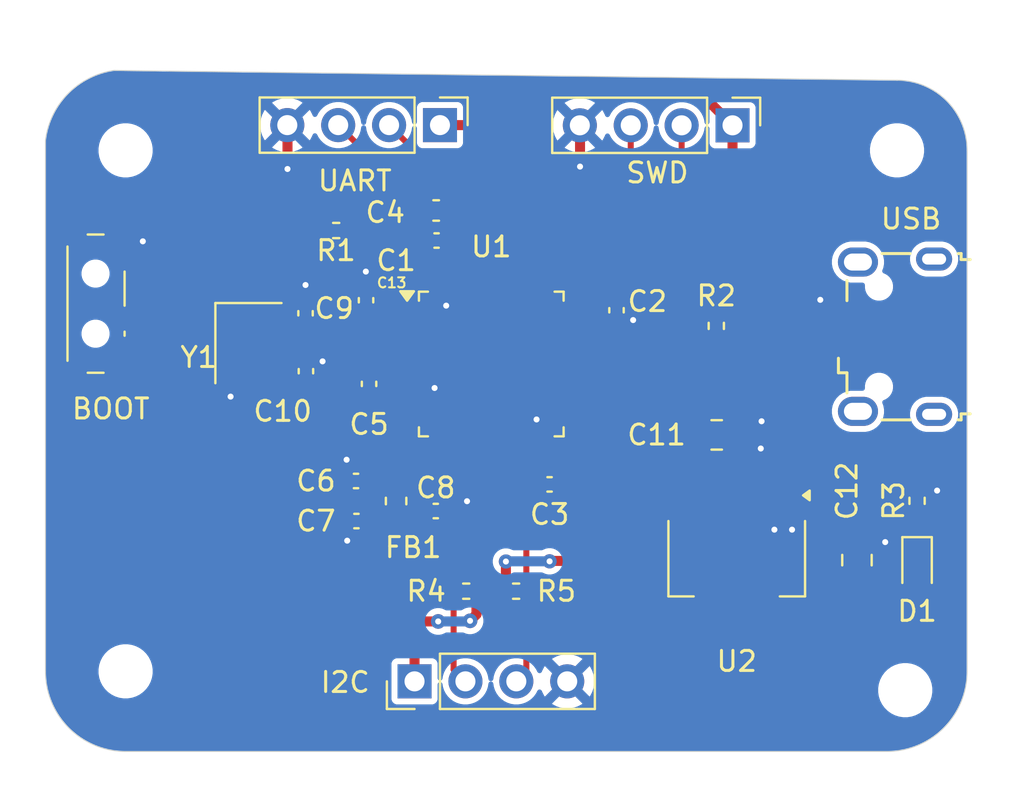
<source format=kicad_pcb>
(kicad_pcb (version 20241229) (generator "pcbnew") (generator_version "9.0")
  (layers (0 "F.Cu" signal) (2 "B.Cu" power) (13 "F.Paste" user) (15 "B.Paste" user) (5 "F.SilkS" user "F.Silkscreen") (7 "B.SilkS" user "B.Silkscreen") (1 "F.Mask" user) (3 "B.Mask" user) (25 "Edge.Cuts" user))
  (net 0 "")
  (net 1 "GND")
  (net 2 "+3.3V")
  (net 3 "+3.3VA")
  (net 4 "/NRST")
  (net 5 "/HSE_IN")
  (net 6 "/HSE_OUT")
  (net 7 "VBUS")
  (net 8 "/PWR_LED_K")
  (net 14 "/USB_D-")
  (net 15 "/USB_D+")
  (net 16 "/SWCLK")
  (net 17 "/SWDIO")
  (net 18 "/USART1_RX")
  (net 19 "/USART1_TX")
  (net 20 "/I2C2_SDA")
  (net 21 "/I2C2_SCL")
  (net 22 "/BOOT0")
  (net 23 "/SW_BOOT0")
  (footprint "Capacitor_SMD:C_0402_1005Metric" (layer "F.Cu") (at 125 59.48 -90)
    (property "Reference" "C2" (at -0.44 -1.54 180) (layer "F.SilkS"))
    (property "Value" "100n")
    (pad "1" smd roundrect (at -0.48 0 270) (size 0.56 0.62) (layers "F.Cu" "F.Mask" "F.Paste") (net 2 "+3.3V"))
    (pad "2" smd roundrect (at 0.48 0 270) (size 0.56 0.62) (layers "F.Cu" "F.Mask" "F.Paste") (net 1 "GND"))
  )
  (footprint "MountingHole:MountingHole_2.2mm_M2" (layer "F.Cu") (at 139 51.5)
    (property "Reference" "H1")
    (property "Value" "MountingHole")
    (pad "" np_thru_hole circle (at 0 0) (size 2.2 2.2) (drill 2.2) (layers "*.Cu" "*.Mask"))
  )
  (footprint "Connector_USB:USB_Micro-B_Wuerth_629105150521" (layer "F.Cu") (at 138.9 60.8 90)
    (property "Reference" "USB" (at 5.875 0.8 180) (layer "F.SilkS"))
    (property "Value" "USB_B_Micro")
    (pad "" np_thru_hole oval (at -2.5 -0.8 90) (size 0.8 0.8) (drill 0.8) (layers "*.Cu" "*.Mask"))
    (pad "" np_thru_hole oval (at 2.5 -0.8 90) (size 0.8 0.8) (drill 0.8) (layers "*.Cu" "*.Mask"))
    (pad "1" smd rect (at -1.3 -1.9 90) (size 0.45 1.3) (layers "F.Cu" "F.Mask" "F.Paste") (net 7 "VBUS"))
    (pad "2" smd rect (at -0.65 -1.9 90) (size 0.45 1.3) (layers "F.Cu" "F.Mask" "F.Paste") (net 14 "/USB_D-"))
    (pad "3" smd rect (at 0 -1.9 90) (size 0.45 1.3) (layers "F.Cu" "F.Mask" "F.Paste") (net 15 "/USB_D+"))
    (pad "4" smd rect (at 0.65 -1.9 90) (size 0.45 1.3) (layers "F.Cu" "F.Mask" "F.Paste"))
    (pad "5" smd rect (at 1.3 -1.9 90) (size 0.45 1.3) (layers "F.Cu" "F.Mask" "F.Paste") (net 1 "GND"))
    (pad "6" thru_hole oval (at -3.875 1.95 90) (size 1.15 1.8) (drill oval 0.55 1.2) (property pad_prop_heatsink) (layers "*.Cu" "*.Mask"))
    (pad "6" thru_hole oval (at -3.725 -1.85 90) (size 1.45 2) (drill oval 0.85 1.4) (property pad_prop_heatsink) (layers "*.Cu" "*.Mask"))
    (pad "6" thru_hole oval (at 3.725 -1.85 90) (size 1.45 2) (drill oval 0.85 1.4) (property pad_prop_heatsink) (layers "*.Cu" "*.Mask"))
    (pad "6" thru_hole oval (at 3.875 1.95 90) (size 1.15 1.8) (drill oval 0.55 1.2) (property pad_prop_heatsink) (layers "*.Cu" "*.Mask"))
  )
  (footprint "MountingHole:MountingHole_2.2mm_M2" (layer "F.Cu") (at 100.5 77.5)
    (property "Reference" "H3")
    (property "Value" "MountingHole")
    (pad "" np_thru_hole circle (at 0 0) (size 2.2 2.2) (drill 2.2) (layers "*.Cu" "*.Mask"))
  )
  (footprint "Capacitor_SMD:C_0402_1005Metric" (layer "F.Cu") (at 112.65 63.155 90)
    (property "Reference" "C5" (at -2.02 0 180) (layer "F.SilkS"))
    (property "Value" "10n")
    (pad "1" smd roundrect (at -0.48 0 90) (size 0.56 0.62) (layers "F.Cu" "F.Mask" "F.Paste") (net 3 "+3.3VA"))
    (pad "2" smd roundrect (at 0.48 0 90) (size 0.56 0.62) (layers "F.Cu" "F.Mask" "F.Paste") (net 1 "GND"))
  )
  (footprint "Inductor_SMD:L_0603_1608Metric" (layer "F.Cu") (at 114 69 -90)
    (property "Reference" "FB1" (at 2.32 -0.85 0) (layer "F.SilkS"))
    (property "Value" "120R")
    (pad "1" smd roundrect (at -0.7875 0 270) (size 0.875 0.95) (layers "F.Cu" "F.Mask" "F.Paste") (net 3 "+3.3VA"))
    (pad "2" smd roundrect (at 0.7875 0 270) (size 0.875 0.95) (layers "F.Cu" "F.Mask" "F.Paste") (net 2 "+3.3V"))
  )
  (footprint "Resistor_SMD:R_0402_1005Metric" (layer "F.Cu") (at 129.98 60.26 -90)
    (property "Reference" "R2" (at -1.5 0 180) (layer "F.SilkS"))
    (property "Value" "1k5")
    (pad "1" smd roundrect (at -0.51 0 270) (size 0.54 0.64) (layers "F.Cu" "F.Mask" "F.Paste") (net 2 "+3.3V"))
    (pad "2" smd roundrect (at 0.51 0 270) (size 0.54 0.64) (layers "F.Cu" "F.Mask" "F.Paste") (net 15 "/USB_D+"))
  )
  (footprint "Capacitor_SMD:C_0402_1005Metric" (layer "F.Cu") (at 121.66 68.17 180)
    (property "Reference" "C3" (at 0 -1.5 180) (layer "F.SilkS"))
    (property "Value" "100n")
    (pad "1" smd roundrect (at -0.48 0 180) (size 0.56 0.62) (layers "F.Cu" "F.Mask" "F.Paste") (net 2 "+3.3V"))
    (pad "2" smd roundrect (at 0.48 0 180) (size 0.56 0.62) (layers "F.Cu" "F.Mask" "F.Paste") (net 1 "GND"))
  )
  (footprint "Package_QFP:LQFP-48_7x7mm_P0.5mm" (layer "F.Cu") (at 118.75 62.1625)
    (property "Reference" "U1" (at 0 -5.85 0) (layer "F.SilkS"))
    (property "Value" "STM32F103C8T6")
    (pad "1" smd roundrect (at -4.1625 -2.75) (size 1.475 0.3) (layers "F.Cu" "F.Mask" "F.Paste") (net 2 "+3.3V"))
    (pad "2" smd roundrect (at -4.1625 -2.25) (size 1.475 0.3) (layers "F.Cu" "F.Mask" "F.Paste"))
    (pad "3" smd roundrect (at -4.1625 -1.75) (size 1.475 0.3) (layers "F.Cu" "F.Mask" "F.Paste"))
    (pad "4" smd roundrect (at -4.1625 -1.25) (size 1.475 0.3) (layers "F.Cu" "F.Mask" "F.Paste"))
    (pad "5" smd roundrect (at -4.1625 -0.75) (size 1.475 0.3) (layers "F.Cu" "F.Mask" "F.Paste") (net 5 "/HSE_IN"))
    (pad "6" smd roundrect (at -4.1625 -0.25) (size 1.475 0.3) (layers "F.Cu" "F.Mask" "F.Paste") (net 6 "/HSE_OUT"))
    (pad "7" smd roundrect (at -4.1625 0.25) (size 1.475 0.3) (layers "F.Cu" "F.Mask" "F.Paste") (net 4 "/NRST"))
    (pad "8" smd roundrect (at -4.1625 0.75) (size 1.475 0.3) (layers "F.Cu" "F.Mask" "F.Paste") (net 1 "GND"))
    (pad "9" smd roundrect (at -4.1625 1.25) (size 1.475 0.3) (layers "F.Cu" "F.Mask" "F.Paste") (net 3 "+3.3VA"))
    (pad "10" smd roundrect (at -4.1625 1.75) (size 1.475 0.3) (layers "F.Cu" "F.Mask" "F.Paste"))
    (pad "11" smd roundrect (at -4.1625 2.25) (size 1.475 0.3) (layers "F.Cu" "F.Mask" "F.Paste"))
    (pad "12" smd roundrect (at -4.1625 2.75) (size 1.475 0.3) (layers "F.Cu" "F.Mask" "F.Paste"))
    (pad "13" smd roundrect (at -2.75 4.1625) (size 0.3 1.475) (layers "F.Cu" "F.Mask" "F.Paste"))
    (pad "14" smd roundrect (at -2.25 4.1625) (size 0.3 1.475) (layers "F.Cu" "F.Mask" "F.Paste"))
    (pad "15" smd roundrect (at -1.75 4.1625) (size 0.3 1.475) (layers "F.Cu" "F.Mask" "F.Paste"))
    (pad "16" smd roundrect (at -1.25 4.1625) (size 0.3 1.475) (layers "F.Cu" "F.Mask" "F.Paste"))
    (pad "17" smd roundrect (at -0.75 4.1625) (size 0.3 1.475) (layers "F.Cu" "F.Mask" "F.Paste"))
    (pad "18" smd roundrect (at -0.25 4.1625) (size 0.3 1.475) (layers "F.Cu" "F.Mask" "F.Paste"))
    (pad "19" smd roundrect (at 0.25 4.1625) (size 0.3 1.475) (layers "F.Cu" "F.Mask" "F.Paste"))
    (pad "20" smd roundrect (at 0.75 4.1625) (size 0.3 1.475) (layers "F.Cu" "F.Mask" "F.Paste"))
    (pad "21" smd roundrect (at 1.25 4.1625) (size 0.3 1.475) (layers "F.Cu" "F.Mask" "F.Paste") (net 21 "/I2C2_SCL"))
    (pad "22" smd roundrect (at 1.75 4.1625) (size 0.3 1.475) (layers "F.Cu" "F.Mask" "F.Paste") (net 20 "/I2C2_SDA"))
    (pad "23" smd roundrect (at 2.25 4.1625) (size 0.3 1.475) (layers "F.Cu" "F.Mask" "F.Paste") (net 1 "GND"))
    (pad "24" smd roundrect (at 2.75 4.1625) (size 0.3 1.475) (layers "F.Cu" "F.Mask" "F.Paste") (net 2 "+3.3V"))
    (pad "25" smd roundrect (at 4.1625 2.75) (size 1.475 0.3) (layers "F.Cu" "F.Mask" "F.Paste"))
    (pad "26" smd roundrect (at 4.1625 2.25) (size 1.475 0.3) (layers "F.Cu" "F.Mask" "F.Paste"))
    (pad "27" smd roundrect (at 4.1625 1.75) (size 1.475 0.3) (layers "F.Cu" "F.Mask" "F.Paste"))
    (pad "28" smd roundrect (at 4.1625 1.25) (size 1.475 0.3) (layers "F.Cu" "F.Mask" "F.Paste"))
    (pad "29" smd roundrect (at 4.1625 0.75) (size 1.475 0.3) (layers "F.Cu" "F.Mask" "F.Paste"))
    (pad "30" smd roundrect (at 4.1625 0.25) (size 1.475 0.3) (layers "F.Cu" "F.Mask" "F.Paste"))
    (pad "31" smd roundrect (at 4.1625 -0.25) (size 1.475 0.3) (layers "F.Cu" "F.Mask" "F.Paste"))
    (pad "32" smd roundrect (at 4.1625 -0.75) (size 1.475 0.3) (layers "F.Cu" "F.Mask" "F.Paste") (net 14 "/USB_D-"))
    (pad "33" smd roundrect (at 4.1625 -1.25) (size 1.475 0.3) (layers "F.Cu" "F.Mask" "F.Paste") (net 15 "/USB_D+"))
    (pad "34" smd roundrect (at 4.1625 -1.75) (size 1.475 0.3) (layers "F.Cu" "F.Mask" "F.Paste") (net 17 "/SWDIO"))
    (pad "35" smd roundrect (at 4.1625 -2.25) (size 1.475 0.3) (layers "F.Cu" "F.Mask" "F.Paste") (net 1 "GND"))
    (pad "36" smd roundrect (at 4.1625 -2.75) (size 1.475 0.3) (layers "F.Cu" "F.Mask" "F.Paste") (net 2 "+3.3V"))
    (pad "37" smd roundrect (at 2.75 -4.1625) (size 0.3 1.475) (layers "F.Cu" "F.Mask" "F.Paste") (net 16 "/SWCLK"))
    (pad "38" smd roundrect (at 2.25 -4.1625) (size 0.3 1.475) (layers "F.Cu" "F.Mask" "F.Paste"))
    (pad "39" smd roundrect (at 1.75 -4.1625) (size 0.3 1.475) (layers "F.Cu" "F.Mask" "F.Paste"))
    (pad "40" smd roundrect (at 1.25 -4.1625) (size 0.3 1.475) (layers "F.Cu" "F.Mask" "F.Paste"))
    (pad "41" smd roundrect (at 0.75 -4.1625) (size 0.3 1.475) (layers "F.Cu" "F.Mask" "F.Paste"))
    (pad "42" smd roundrect (at 0.25 -4.1625) (size 0.3 1.475) (layers "F.Cu" "F.Mask" "F.Paste") (net 19 "/USART1_TX"))
    (pad "43" smd roundrect (at -0.25 -4.1625) (size 0.3 1.475) (layers "F.Cu" "F.Mask" "F.Paste") (net 18 "/USART1_RX"))
    (pad "44" smd roundrect (at -0.75 -4.1625) (size 0.3 1.475) (layers "F.Cu" "F.Mask" "F.Paste") (net 22 "/BOOT0"))
    (pad "45" smd roundrect (at -1.25 -4.1625) (size 0.3 1.475) (layers "F.Cu" "F.Mask" "F.Paste"))
    (pad "46" smd roundrect (at -1.75 -4.1625) (size 0.3 1.475) (layers "F.Cu" "F.Mask" "F.Paste"))
    (pad "47" smd roundrect (at -2.25 -4.1625) (size 0.3 1.475) (layers "F.Cu" "F.Mask" "F.Paste") (net 1 "GND"))
    (pad "48" smd roundrect (at -2.75 -4.1625) (size 0.3 1.475) (layers "F.Cu" "F.Mask" "F.Paste") (net 2 "+3.3V"))
  )
  (footprint "Resistor_SMD:R_0402_1005Metric" (layer "F.Cu") (at 119.99 73.5)
    (property "Reference" "R5" (at 2.01 0 0) (layer "F.SilkS"))
    (property "Value" "1k5")
    (pad "1" smd roundrect (at -0.51 0) (size 0.54 0.64) (layers "F.Cu" "F.Mask" "F.Paste") (net 2 "+3.3V"))
    (pad "2" smd roundrect (at 0.51 0) (size 0.54 0.64) (layers "F.Cu" "F.Mask" "F.Paste") (net 20 "/I2C2_SDA"))
  )
  (footprint "Resistor_SMD:R_0402_1005Metric" (layer "F.Cu") (at 111.01 55.5)
    (property "Reference" "R1" (at -0.01 1 0) (layer "F.SilkS"))
    (property "Value" "10k")
    (pad "1" smd roundrect (at -0.51 0) (size 0.54 0.64) (layers "F.Cu" "F.Mask" "F.Paste") (net 23 "/SW_BOOT0"))
    (pad "2" smd roundrect (at 0.51 0) (size 0.54 0.64) (layers "F.Cu" "F.Mask" "F.Paste") (net 22 "/BOOT0"))
  )
  (footprint "Resistor_SMD:R_0402_1005Metric" (layer "F.Cu") (at 140 68.99 90)
    (property "Reference" "R3" (at 0 -1.17 90) (layer "F.SilkS"))
    (property "Value" "1k5")
    (pad "1" smd roundrect (at -0.51 0 90) (size 0.54 0.64) (layers "F.Cu" "F.Mask" "F.Paste") (net 8 "/PWR_LED_K"))
    (pad "2" smd roundrect (at 0.51 0 90) (size 0.54 0.64) (layers "F.Cu" "F.Mask" "F.Paste") (net 1 "GND"))
  )
  (footprint "Connector_PinHeader_2.54mm:PinHeader_1x04_P2.54mm_Vertical" (layer "F.Cu") (at 116.19 50.24 -90)
    (property "Reference" "UART" (at 2.78 4.25 180) (layer "F.SilkS"))
    (property "Value" "Conn_01x04_Pin")
    (pad "1" thru_hole rect (at 0 0 270) (size 1.7 1.7) (drill 1) (layers "*.Cu" "*.Mask") (net 2 "+3.3V"))
    (pad "2" thru_hole circle (at 0 2.54 270) (size 1.7 1.7) (drill 1) (layers "*.Cu" "*.Mask") (net 19 "/USART1_TX"))
    (pad "3" thru_hole circle (at 0 5.08 270) (size 1.7 1.7) (drill 1) (layers "*.Cu" "*.Mask") (net 18 "/USART1_RX"))
    (pad "4" thru_hole circle (at 0 7.62 270) (size 1.7 1.7) (drill 1) (layers "*.Cu" "*.Mask") (net 1 "GND"))
  )
  (footprint "Capacitor_SMD:C_0603_1608Metric" (layer "F.Cu") (at 116 54.5)
    (property "Reference" "C4" (at -2.54 0.1 0) (layer "F.SilkS"))
    (property "Value" "10u")
    (pad "1" smd roundrect (at -0.775 0) (size 0.9 0.95) (layers "F.Cu" "F.Mask" "F.Paste") (net 2 "+3.3V"))
    (pad "2" smd roundrect (at 0.775 0) (size 0.9 0.95) (layers "F.Cu" "F.Mask" "F.Paste") (net 1 "GND"))
  )
  (footprint "Capacitor_SMD:C_0402_1005Metric" (layer "F.Cu") (at 112.02 70 180)
    (property "Reference" "C7" (at 2.02 0 0) (layer "F.SilkS"))
    (property "Value" "1u")
    (pad "1" smd roundrect (at -0.48 0 180) (size 0.56 0.62) (layers "F.Cu" "F.Mask" "F.Paste") (net 2 "+3.3V"))
    (pad "2" smd roundrect (at 0.48 0 180) (size 0.56 0.62) (layers "F.Cu" "F.Mask" "F.Paste") (net 1 "GND"))
  )
  (footprint "Capacitor_SMD:C_0402_1005Metric" (layer "F.Cu") (at 112 68 180)
    (property "Reference" "C6" (at 2 0 0) (layer "F.SilkS"))
    (property "Value" "1u")
    (pad "1" smd roundrect (at -0.48 0 180) (size 0.56 0.62) (layers "F.Cu" "F.Mask" "F.Paste") (net 3 "+3.3VA"))
    (pad "2" smd roundrect (at 0.48 0 180) (size 0.56 0.62) (layers "F.Cu" "F.Mask" "F.Paste") (net 1 "GND"))
  )
  (footprint "Capacitor_SMD:C_0805_2012Metric" (layer "F.Cu") (at 130 65.7)
    (property "Reference" "C11" (at -3 0 0) (layer "F.SilkS"))
    (property "Value" "22u")
    (pad "1" smd roundrect (at -0.95 0) (size 1 1.45) (layers "F.Cu" "F.Mask" "F.Paste") (net 7 "VBUS"))
    (pad "2" smd roundrect (at 0.95 0) (size 1 1.45) (layers "F.Cu" "F.Mask" "F.Paste") (net 1 "GND"))
  )
  (footprint "Capacitor_SMD:C_0402_1005Metric" (layer "F.Cu") (at 116.02 56)
    (property "Reference" "C1" (at -2.02 1 0) (layer "F.SilkS"))
    (property "Value" "100n")
    (pad "1" smd roundrect (at -0.48 0) (size 0.56 0.62) (layers "F.Cu" "F.Mask" "F.Paste") (net 2 "+3.3V"))
    (pad "2" smd roundrect (at 0.48 0) (size 0.56 0.62) (layers "F.Cu" "F.Mask" "F.Paste") (net 1 "GND"))
  )
  (footprint "Capacitor_SMD:C_0402_1005Metric" (layer "F.Cu") (at 112.5 58.98 90)
    (property "Reference" "C13" (at 0.87 1.28 180) (layer "F.SilkS") (effects (font (size 0.5 0.5) (thickness 0.1))))
    (property "Value" "100n")
    (pad "1" smd roundrect (at -0.48 0 90) (size 0.56 0.62) (layers "F.Cu" "F.Mask" "F.Paste") (net 2 "+3.3V"))
    (pad "2" smd roundrect (at 0.48 0 90) (size 0.56 0.62) (layers "F.Cu" "F.Mask" "F.Paste") (net 1 "GND"))
  )
  (footprint "LED_SMD:LED_0603_1608Metric" (layer "F.Cu") (at 140 72.2875 -90)
    (property "Reference" "D1" (at 2.2125 0 180) (layer "F.SilkS"))
    (property "Value" "LED")
    (pad "1" smd roundrect (at -0.7875 0 270) (size 0.875 0.95) (layers "F.Cu" "F.Mask" "F.Paste") (net 8 "/PWR_LED_K"))
    (pad "2" smd roundrect (at 0.7875 0 270) (size 0.875 0.95) (layers "F.Cu" "F.Mask" "F.Paste") (net 2 "+3.3V"))
  )
  (footprint "Package_TO_SOT_SMD:SOT-223-3_TabPin2" (layer "F.Cu") (at 131 71.85 -90)
    (property "Reference" "U2" (at 5.15 0 180) (layer "F.SilkS"))
    (property "Value" "AMS1117-3.3")
    (pad "1" smd roundrect (at -3.15 -2.3 270) (size 2 1.5) (layers "F.Cu" "F.Mask" "F.Paste") (net 1 "GND"))
    (pad "2" smd roundrect (at -3.15 0 270) (size 2 1.5) (layers "F.Cu" "F.Mask" "F.Paste") (net 2 "+3.3V"))
    (pad "2" smd roundrect (at 3.15 0 270) (size 2 3.8) (layers "F.Cu" "F.Mask" "F.Paste") (net 2 "+3.3V"))
    (pad "3" smd roundrect (at -3.15 2.3 270) (size 2 1.5) (layers "F.Cu" "F.Mask" "F.Paste") (net 7 "VBUS"))
  )
  (footprint "Connector_PinHeader_2.54mm:PinHeader_1x04_P2.54mm_Vertical" (layer "F.Cu") (at 114.92 78 90)
    (property "Reference" "I2C" (at -0.05 -3.46 180) (layer "F.SilkS"))
    (property "Value" "Conn_01x04_Pin")
    (pad "1" thru_hole rect (at 0 0 90) (size 1.7 1.7) (drill 1) (layers "*.Cu" "*.Mask") (net 2 "+3.3V"))
    (pad "2" thru_hole circle (at 0 2.54 90) (size 1.7 1.7) (drill 1) (layers "*.Cu" "*.Mask") (net 21 "/I2C2_SCL"))
    (pad "3" thru_hole circle (at 0 5.08 90) (size 1.7 1.7) (drill 1) (layers "*.Cu" "*.Mask") (net 20 "/I2C2_SDA"))
    (pad "4" thru_hole circle (at 0 7.62 90) (size 1.7 1.7) (drill 1) (layers "*.Cu" "*.Mask") (net 1 "GND"))
  )
  (footprint "Button_Switch_SMD:SW_SPDT_PCM12" (layer "F.Cu") (at 99.33 59.15 -90)
    (property "Reference" "BOOT" (at 5.25 -0.43 0) (layer "F.SilkS"))
    (property "Value" "SW_SPDT")
    (pad "" smd rect (at -3.65 -0.78 270) (size 1 0.8) (layers "F.Cu" "F.Mask" "F.Paste"))
    (pad "" smd rect (at -3.65 1.43 270) (size 1 0.8) (layers "F.Cu" "F.Mask" "F.Paste"))
    (pad "" np_thru_hole circle (at -1.5 0.33 270) (size 0.9 0.9) (drill 0.9) (layers "*.Cu" "*.Mask"))
    (pad "" np_thru_hole circle (at 1.5 0.33 270) (size 0.9 0.9) (drill 0.9) (layers "*.Cu" "*.Mask"))
    (pad "" smd rect (at 3.65 -0.78 270) (size 1 0.8) (layers "F.Cu" "F.Mask" "F.Paste"))
    (pad "" smd rect (at 3.65 1.43 270) (size 1 0.8) (layers "F.Cu" "F.Mask" "F.Paste"))
    (pad "1" smd rect (at -2.25 -1.43 270) (size 0.7 1.5) (layers "F.Cu" "F.Mask" "F.Paste") (net 1 "GND"))
    (pad "2" smd rect (at 0.75 -1.43 270) (size 0.7 1.5) (layers "F.Cu" "F.Mask" "F.Paste") (net 23 "/SW_BOOT0"))
    (pad "3" smd rect (at 2.25 -1.43 270) (size 0.7 1.5) (layers "F.Cu" "F.Mask" "F.Paste") (net 2 "+3.3V"))
  )
  (footprint "Crystal:Crystal_SMD_3225-4Pin_3.2x2.5mm" (layer "F.Cu") (at 106.63 61.12 -90)
    (property "Reference" "Y1" (at 0.71 2.48 0) (layer "F.SilkS"))
    (property "Value" "16MHz")
    (pad "1" smd rect (at -1.1 0.85 270) (size 1.4 1.2) (layers "F.Cu" "F.Mask" "F.Paste") (net 5 "/HSE_IN"))
    (pad "2" smd rect (at 1.1 0.85 270) (size 1.4 1.2) (layers "F.Cu" "F.Mask" "F.Paste") (net 1 "GND"))
    (pad "3" smd rect (at 1.1 -0.85 270) (size 1.4 1.2) (layers "F.Cu" "F.Mask" "F.Paste") (net 6 "/HSE_OUT"))
    (pad "4" smd rect (at -1.1 -0.85 270) (size 1.4 1.2) (layers "F.Cu" "F.Mask" "F.Paste") (net 1 "GND"))
  )
  (footprint "Resistor_SMD:R_0402_1005Metric" (layer "F.Cu") (at 117.5 73.5 180)
    (property "Reference" "R4" (at 2 0 0) (layer "F.SilkS"))
    (property "Value" "1k5")
    (pad "1" smd roundrect (at -0.51 0 180) (size 0.54 0.64) (layers "F.Cu" "F.Mask" "F.Paste") (net 2 "+3.3V"))
    (pad "2" smd roundrect (at 0.51 0 180) (size 0.54 0.64) (layers "F.Cu" "F.Mask" "F.Paste") (net 21 "/I2C2_SCL"))
  )
  (footprint "Connector_PinHeader_2.54mm:PinHeader_1x04_P2.54mm_Vertical" (layer "F.Cu") (at 130.79 50.25 -90)
    (property "Reference" "SWD" (at 2.37 3.75 180) (layer "F.SilkS"))
    (property "Value" "Conn_01x04_Pin")
    (pad "1" thru_hole rect (at 0 0 270) (size 1.7 1.7) (drill 1) (layers "*.Cu" "*.Mask") (net 2 "+3.3V"))
    (pad "2" thru_hole circle (at 0 2.54 270) (size 1.7 1.7) (drill 1) (layers "*.Cu" "*.Mask") (net 17 "/SWDIO"))
    (pad "3" thru_hole circle (at 0 5.08 270) (size 1.7 1.7) (drill 1) (layers "*.Cu" "*.Mask") (net 16 "/SWCLK"))
    (pad "4" thru_hole circle (at 0 7.62 270) (size 1.7 1.7) (drill 1) (layers "*.Cu" "*.Mask") (net 1 "GND"))
  )
  (footprint "Capacitor_SMD:C_0805_2012Metric" (layer "F.Cu") (at 137 71.95 90)
    (property "Reference" "C12" (at 3.45 -0.5 90) (layer "F.SilkS"))
    (property "Value" "22u")
    (pad "1" smd roundrect (at -0.95 0 90) (size 1 1.45) (layers "F.Cu" "F.Mask" "F.Paste") (net 2 "+3.3V"))
    (pad "2" smd roundrect (at 0.95 0 90) (size 1 1.45) (layers "F.Cu" "F.Mask" "F.Paste") (net 1 "GND"))
  )
  (footprint "MountingHole:MountingHole_2.2mm_M2" (layer "F.Cu") (at 100.5 51.5)
    (property "Reference" "H4")
    (property "Value" "MountingHole")
    (pad "" np_thru_hole circle (at 0 0) (size 2.2 2.2) (drill 2.2) (layers "*.Cu" "*.Mask"))
  )
  (footprint "Capacitor_SMD:C_0402_1005Metric" (layer "F.Cu") (at 109.48 59.63 90)
    (property "Reference" "C9" (at 0.24 1.43 180) (layer "F.SilkS"))
    (property "Value" "10p")
    (pad "1" smd roundrect (at -0.48 0 90) (size 0.56 0.62) (layers "F.Cu" "F.Mask" "F.Paste") (net 5 "/HSE_IN"))
    (pad "2" smd roundrect (at 0.48 0 90) (size 0.56 0.62) (layers "F.Cu" "F.Mask" "F.Paste") (net 1 "GND"))
  )
  (footprint "MountingHole:MountingHole_2.2mm_M2" (layer "F.Cu") (at 139.41 78.44)
    (property "Reference" "H2")
    (property "Value" "MountingHole")
    (pad "" np_thru_hole circle (at 0 0) (size 2.2 2.2) (drill 2.2) (layers "*.Cu" "*.Mask"))
  )
  (footprint "Capacitor_SMD:C_0402_1005Metric" (layer "F.Cu") (at 109.5 62.52 90)
    (property "Reference" "C10" (at -2 -1.16 180) (layer "F.SilkS"))
    (property "Value" "10p")
    (pad "1" smd roundrect (at -0.48 0 90) (size 0.56 0.62) (layers "F.Cu" "F.Mask" "F.Paste") (net 6 "/HSE_OUT"))
    (pad "2" smd roundrect (at 0.48 0 90) (size 0.56 0.62) (layers "F.Cu" "F.Mask" "F.Paste") (net 1 "GND"))
  )
  (footprint "Capacitor_SMD:C_0402_1005Metric" (layer "F.Cu") (at 115.98 69.5)
    (property "Reference" "C8" (at 0 -1.16 0) (layer "F.SilkS"))
    (property "Value" "100n")
    (pad "1" smd roundrect (at -0.48 0) (size 0.56 0.62) (layers "F.Cu" "F.Mask" "F.Paste") (net 4 "/NRST"))
    (pad "2" smd roundrect (at 0.48 0) (size 0.56 0.62) (layers "F.Cu" "F.Mask" "F.Paste") (net 1 "GND"))
  )
  (gr_arc (start 139 48) (mid 141.474874 49.025126) (end 142.5 51.5) (stroke (width 0.05)) (layer "Edge.Cuts"))
  (gr_arc (start 100.5 81.5) (mid 97.671573 80.328427) (end 96.5 77.5) (stroke (width 0.05)) (layer "Edge.Cuts"))
  (gr_arc (start 96.5 51) (mid 97.62467 48.674672) (end 99.929912 47.509386) (stroke (width 0.05)) (layer "Edge.Cuts"))
  (gr_line (start 138.5 81.5) (end 100.5 81.5) (stroke (width 0.05)) (layer "Edge.Cuts"))
  (gr_line (start 96.5 51) (end 96.5 77.5) (stroke (width 0.05)) (layer "Edge.Cuts"))
  (gr_arc (start 142.5 77.5) (mid 141.328427 80.328427) (end 138.5 81.5) (stroke (width 0.05)) (layer "Edge.Cuts"))
  (gr_line (start 99.929919 47.509386) (end 139 48) (stroke (width 0.05)) (layer "Edge.Cuts"))
  (gr_line (start 142.5 51.5) (end 142.5 77.5) (stroke (width 0.05)) (layer "Edge.Cuts"))
  (segment (start 116.775 55.225) (end 116.775 54.5) (width 0.3) (layer "F.Cu") (net 1))
  (segment (start 112.5 57.56) (end 112.49 57.55) (width 0.5) (layer "F.Cu") (net 1))
  (segment (start 137 59.5) (end 136.32 59.5) (width 0.3) (layer "F.Cu") (net 1))
  (segment (start 124 60) (end 124.04 59.96) (width 0.3) (layer "F.Cu") (net 1))
  (segment (start 121 66.325) (end 121 67.99) (width 0.3) (layer "F.Cu") (net 1))
  (segment (start 111.54 70) (end 111.54 70.96) (width 0.5) (layer "F.Cu") (net 1))
  (segment (start 114.5875 62.9125) (end 113.6125 62.9125) (width 0.3) (layer "F.Cu") (net 1))
  (segment (start 108.58 50.25) (end 108.57 50.24) (width 0.5) (layer "F.Cu") (net 1))
  (segment (start 115.4725 62.9125) (end 115.92 63.36) (width 0.3) (layer "F.Cu") (net 1))
  (segment (start 100.76 56.9) (end 100.76 56.64) (width 0.5) (layer "F.Cu") (net 1))
  (segment (start 110.32 62.04) (end 110.33 62.03) (width 0.5) (layer "F.Cu") (net 1))
  (segment (start 116.46 69.5) (end 117.05 69.5) (width 0.5) (layer "F.Cu") (net 1))
  (segment (start 116.5 55.5) (end 116.775 55.225) (width 0.3) (layer "F.Cu") (net 1))
  (segment (start 111.52 66.95) (end 111.53 66.94) (width 0.5) (layer "F.Cu") (net 1))
  (segment (start 124.04 59.96) (end 125 59.96) (width 0.3) (layer "F.Cu") (net 1))
  (segment (start 117.05 69.5) (end 117.54 69.01) (width 0.5) (layer "F.Cu") (net 1))
  (segment (start 136.32 59.5) (end 135.78 58.96) (width 0.3) (layer "F.Cu") (net 1))
  (segment (start 100.76 56.64) (end 101.36 56.04) (width 0.5) (layer "F.Cu") (net 1))
  (segment (start 113.6125 62.9125) (end 113.375 62.675) (width 0.3) (layer "F.Cu") (net 1))
  (segment (start 113.375 62.675) (end 112.65 62.675) (width 0.3) (layer "F.Cu") (net 1))
  (segment (start 109.48 59.15) (end 109.48 58.22) (width 0.5) (layer "F.Cu") (net 1))
  (segment (start 122.9125 59.9125) (end 123.9125 59.9125) (width 0.3) (layer "F.Cu") (net 1))
  (segment (start 121 64.94) (end 121.01 64.93) (width 0.3) (layer "F.Cu") (net 1))
  (segment (start 121 67.99) (end 121.18 68.17) (width 0.3) (layer "F.Cu") (net 1))
  (segment (start 114.5875 62.9125) (end 115.4725 62.9125) (width 0.3) (layer "F.Cu") (net 1))
  (segment (start 111.54 70.96) (end 111.56 70.98) (width 0.5) (layer "F.Cu") (net 1))
  (segment (start 105.78 63.75) (end 105.74 63.79) (width 0.5) (layer "F.Cu") (net 1))
  (segment (start 109.5 62.04) (end 110.32 62.04) (width 0.5) (layer "F.Cu") (net 1))
  (segment (start 109.49 58.21) (end 109.48 58.22) (width 0.5) (layer "F.Cu") (net 1))
  (segment (start 125.82 59.96) (end 125.83 59.97) (width 0.3) (layer "F.Cu") (net 1))
  (segment (start 116.5 58) (end 116.5 59.25) (width 0.3) (layer "F.Cu") (net 1))
  (segment (start 105.78 62.22) (end 105.78 63.75) (width 0.5) (layer "F.Cu") (net 1))
  (segment (start 108.58 52.43) (end 108.58 50.25) (width 0.5) (layer "F.Cu") (net 1))
  (segment (start 116.5 58) (end 116.5 56) (width 0.3) (layer "F.Cu") (net 1))
  (segment (start 125 59.96) (end 125.82 59.96) (width 0.3) (layer "F.Cu") (net 1))
  (segment (start 121 66.325) (end 121 64.94) (width 0.3) (layer "F.Cu") (net 1))
  (segment (start 108.35 59.15) (end 109.48 59.15) (width 0.5) (layer "F.Cu") (net 1))
  (segment (start 135.78 58.96) (end 135.17 58.96) (width 0.3) (layer "F.Cu") (net 1))
  (segment (start 111.52 68) (end 111.52 66.95) (width 0.5) (layer "F.Cu") (net 1))
  (segment (start 116.5 56) (end 116.5 55.5) (width 0.3) (layer "F.Cu") (net 1))
  (segment (start 123.9125 59.9125) (end 124 60) (width 0.3) (layer "F.Cu") (net 1))
  (segment (start 123.18 52.31) (end 123.18 50.26) (width 0.5) (layer "F.Cu") (net 1))
  (segment (start 123.18 50.26) (end 123.17 50.25) (width 0.5) (layer "F.Cu") (net 1))
  (segment (start 112.5 58.5) (end 112.5 57.56) (width 0.5) (layer "F.Cu") (net 1))
  (segment (start 107.48 60.02) (end 108.35 59.15) (width 0.5) (layer "F.Cu") (net 1))
  (segment (start 140 68.48) (end 141 68.48) (width 0.5) (layer "F.Cu") (net 1))
  (segment (start 116.5 56.04) (end 116.46 56) (width 0.3) (layer "F.Cu") (net 1))
  (via (at 101.36 56.04) (size 0.75) (drill 0.3) (layers "F.Cu" "B.Cu") (net 1))
  (via (at 117.54 69.01) (size 0.71) (drill 0.3) (layers "F.Cu" "B.Cu") (net 1))
  (via (at 133.76 70.43) (size 0.75) (drill 0.3) (layers "F.Cu" "B.Cu") (net 1))
  (via (at 110.33 62.03) (size 0.75) (drill 0.3) (layers "F.Cu" "B.Cu") (net 1))
  (via (at 141 68.48) (size 0.75) (drill 0.3) (layers "F.Cu" "B.Cu") (net 1))
  (via (at 132.24 65.02) (size 0.75) (drill 0.3) (layers "F.Cu" "B.Cu") (net 1))
  (via (at 121.01 64.93) (size 0.75) (drill 0.3) (layers "F.Cu" "B.Cu") (net 1))
  (via (at 109.48 58.22) (size 0.75) (drill 0.3) (layers "F.Cu" "B.Cu") (net 1))
  (via (at 116.5 59.25) (size 0.75) (drill 0.3) (layers "F.Cu" "B.Cu") (net 1))
  (via (at 115.92 63.36) (size 0.75) (drill 0.3) (layers "F.Cu" "B.Cu") (net 1))
  (via (at 111.53 66.94) (size 0.72) (drill 0.3) (layers "F.Cu" "B.Cu") (net 1))
  (via (at 132.2 66.38) (size 0.75) (drill 0.3) (layers "F.Cu" "B.Cu") (net 1))
  (via (at 125.83 59.97) (size 0.75) (drill 0.3) (layers "F.Cu" "B.Cu") (net 1))
  (via (at 108.58 52.43) (size 0.75) (drill 0.3) (layers "F.Cu" "B.Cu") (net 1))
  (via (at 112.49 57.55) (size 0.75) (drill 0.3) (layers "F.Cu" "B.Cu") (net 1))
  (via (at 132.88 70.43) (size 0.75) (drill 0.3) (layers "F.Cu" "B.Cu") (net 1))
  (via (at 105.74 63.79) (size 0.71) (drill 0.3) (layers "F.Cu" "B.Cu") (net 1))
  (via (at 135.17 58.96) (size 0.75) (drill 0.3) (layers "F.Cu" "B.Cu") (net 1))
  (via (at 111.56 70.98) (size 0.72) (drill 0.3) (layers "F.Cu" "B.Cu") (net 1))
  (via (at 123.18 52.31) (size 0.75) (drill 0.3) (layers "F.Cu" "B.Cu") (net 1))
  (via (at 138.41 71.05) (size 0.75) (drill 0.3) (layers "F.Cu" "B.Cu") (net 1))
  (segment (start 102.61 61.4) (end 100.76 61.4) (width 0.5) (layer "F.Cu") (net 2))
  (segment (start 113.515 55.255) (end 113.5 55.27) (width 0.5) (layer "F.Cu") (net 2))
  (segment (start 115.54 56.54) (end 115.54 56) (width 0.3) (layer "F.Cu") (net 2))
  (segment (start 112.5 70) (end 113.7875 70) (width 0.5) (layer "F.Cu") (net 2))
  (segment (start 141.425 73.075) (end 141.95 72.55) (width 0.5) (layer "F.Cu") (net 2))
  (segment (start 116.1 75.01) (end 114.17 75.01) (width 0.5) (layer "F.Cu") (net 2))
  (segment (start 114.92 75.97) (end 114.92 78) (width 0.5) (layer "F.Cu") (net 2))
  (segment (start 124.26 72.01) (end 124.24 71.99) (width 0.5) (layer "F.Cu") (net 2))
  (segment (start 114.5875 59.4125) (end 113.5 59.4125) (width 0.3) (layer "F.Cu") (net 2))
  (segment (start 139.825 72.9) (end 140 73.075) (width 0.5) (layer "F.Cu") (net 2))
  (segment (start 121.85 67.51) (end 122.17 67.51) (width 0.3) (layer "F.Cu") (net 2))
  (segment (start 138.48 72.9) (end 139.825 72.9) (width 0.5) (layer "F.Cu") (net 2))
  (segment (start 122.57 68.17) (end 122.14 68.17) (width 0.5) (layer "F.Cu") (net 2))
  (segment (start 113.5 59.4125) (end 112.5475 59.4125) (width 0.3) (layer "F.Cu") (net 2))
  (segment (start 114 74.84) (end 114 69.7875) (width 0.5) (layer "F.Cu") (net 2))
  (segment (start 113.5 55.27) (end 113.5 59.4125) (width 0.5) (layer "F.Cu") (net 2))
  (segment (start 116 58) (end 116 57) (width 0.3) (layer "F.Cu") (net 2))
  (segment (start 111.49 57.28) (end 113.515 55.255) (width 0.5) (layer "F.Cu") (net 2))
  (segment (start 122.17 67.51) (end 122.17 67.66) (width 0.3) (layer "F.Cu") (net 2))
  (segment (start 115.54 55.54) (end 115.225 55.225) (width 0.3) (layer "F.Cu") (net 2))
  (segment (start 140 73.075) (end 141.425 73.075) (width 0.5) (layer "F.Cu") (net 2))
  (segment (start 119.48 72.34) (end 119.48 73.5) (width 0.5) (layer "F.Cu") (net 2))
  (segment (start 139.05 55.99) (end 136.68 53.62) (width 0.5) (layer "F.Cu") (net 2))
  (segment (start 102.61 60.71) (end 106.04 57.28) (width 0.5) (layer "F.Cu") (net 2))
  (segment (start 114 74.84) (end 106.41 74.84) (width 0.5) (layer "F.Cu") (net 2))
  (segment (start 121.68 71.99) (end 121.66 72.01) (width 0.5) (layer "F.Cu") (net 2))
  (segment (start 123.5875 59.4125) (end 124 59) (width 0.3) (layer "F.Cu") (net 2))
  (segment (start 127.79 77.75) (end 124.26 74.22) (width 0.5) (layer "F.Cu") (net 2))
  (segment (start 116 57) (end 115.54 56.54) (width 0.3) (layer "F.Cu") (net 2))
  (segment (start 135.27 77.75) (end 127.79 77.75) (width 0.5) (layer "F.Cu") (net 2))
  (segment (start 128.1 59.75) (end 129.98 59.75) (width 0.3) (layer "F.Cu") (net 2))
  (segment (start 102.61 61.4) (end 102.61 60.71) (width 0.5) (layer "F.Cu") (net 2))
  (segment (start 139.05 66.6) (end 139.05 55.99) (width 0.5) (layer "F.Cu") (net 2))
  (segment (start 138.48 72.9) (end 138.48 74.54) (width 0.5) (layer "F.Cu") (net 2))
  (segment (start 119.48 73.5) (end 118.01 73.5) (width 0.5) (layer "F.Cu") (net 2))
  (segment (start 114.27 54.5) (end 115.225 54.5) (width 0.5) (layer "F.Cu") (net 2))
  (segment (start 141.95 68.1) (end 140.45 66.6) (width 0.5) (layer "F.Cu") (net 2))
  (segment (start 113.7875 70) (end 114 69.7875) (width 0.5) (layer "F.Cu") (net 2))
  (segment (start 124.26 72.01) (end 124.26 69.84) (width 0.5) (layer "F.Cu") (net 2))
  (segment (start 116.19 50.24) (end 118.17 50.24) (width 0.5) (layer "F.Cu") (net 2))
  (segment (start 129.98 54.86) (end 129.98 59.75) (width 0.5) (layer "F.Cu") (net 2))
  (segment (start 124.24 71.99) (end 121.68 71.99) (width 0.5) (layer "F.Cu") (net 2))
  (segment (start 114.17 75.01) (end 114.17 75.22) (width 0.5) (layer "F.Cu") (net 2))
  (segment (start 122.9125 59.4125) (end 123.5875 59.4125) (width 0.3) (layer "F.Cu") (net 2))
  (segment (start 113.515 55.255) (end 114.27 54.5) (width 0.5) (layer "F.Cu") (net 2))
  (segment (start 102.62 71.05) (end 102.62 61.41) (width 0.5) (layer "F.Cu") (net 2))
  (segment (start 125 59) (end 127.35 59) (width 0.3) (layer "F.Cu") (net 2))
  (segment (start 130.79 52.9) (end 130.79 50.25) (width 0.5) (layer "F.Cu") (net 2))
  (segment (start 122.17 67.66) (end 122.14 67.69) (width 0.3) (layer "F.Cu") (net 2))
  (segment (start 124.26 74.22) (end 124.26 72.01) (width 0.5) (layer "F.Cu") (net 2))
  (segment (start 131.27 53.57) (end 129.98 54.86) (width 0.5) (layer "F.Cu") (net 2))
  (segment (start 137 72.9) (end 138.48 72.9) (width 0.5) (layer "F.Cu") (net 2))
  (segment (start 136.68 53.62) (end 131.27 53.62) (width 0.5) (layer "F.Cu") (net 2))
  (segment (start 124.26 69.84) (end 124.24 69.84) (width 0.5) (layer "F.Cu") (net 2))
  (segment (start 141.95 72.55) (end 141.95 68.1) (width 0.5) (layer "F.Cu") (net 2))
  (segment (start 115.225 55.225) (end 115.225 54.5) (width 0.3) (layer "F.Cu") (net 2))
  (segment (start 118.01 74.66) (end 117.69 74.98) (width 0.5) (layer "F.Cu") (net 2))
  (segment (start 120.24201 48.16799) (end 128.70799 48.16799) (width 0.5) (layer "F.Cu") (net 2))
  (segment (start 121.5 66.325) (end 121.5 67.16) (width 0.3) (layer "F.Cu") (net 2))
  (segment (start 128.70799 48.16799) (end 130.79 50.25) (width 0.5) (layer "F.Cu") (net 2))
  (segment (start 102.62 61.41) (end 102.61 61.4) (width 0.5) (layer "F.Cu") (net 2))
  (segment (start 118.01 73.5) (end 118.01 74.66) (width 0.5) (layer "F.Cu") (net 2))
  (segment (start 124.24 69.84) (end 122.57 68.17) (width 0.5) (layer "F.Cu") (net 2))
  (segment (start 118.17 50.24) (end 120.24201 48.16799) (width 0.5) (layer "F.Cu") (net 2))
  (segment (start 131.27 53.56) (end 131.27 53.38) (width 0.5) (layer "F.Cu") (net 2))
  (segment (start 131.27 53.56) (end 131.27 53.57) (width 0.5) (layer "F.Cu") (net 2))
  (segment (start 140.45 66.6) (end 139.05 66.6) (width 0.5) (layer "F.Cu") (net 2))
  (segment (start 106.04 57.28) (end 111.49 57.28) (width 0.5) (layer "F.Cu") (net 2))
  (segment (start 124 59) (end 125 59) (width 0.3) (layer "F.Cu") (net 2))
  (segment (start 114.17 75.22) (end 114.92 75.97) (width 0.5) (layer "F.Cu") (net 2))
  (segment (start 112.5475 59.4125) (end 112.5 59.46) (width 0.3) (layer "F.Cu") (net 2))
  (segment (start 131.27 53.38) (end 130.79 52.9) (width 0.5) (layer "F.Cu") (net 2))
  (segment (start 106.41 74.84) (end 102.62 71.05) (width 0.5) (layer "F.Cu") (net 2))
  (segment (start 122.14 67.69) (end 122.14 68.17) (width 0.3) (layer "F.Cu") (net 2))
  (segment (start 114.17 75.01) (end 114 74.84) (width 0.5) (layer "F.Cu") (net 2))
  (segment (start 131.27 53.62) (end 131.27 53.56) (width 0.5) (layer "F.Cu") (net 2))
  (segment (start 138.48 74.54) (end 135.27 77.75) (width 0.5) (layer "F.Cu") (net 2))
  (segment (start 121.5 67.16) (end 121.85 67.51) (width 0.3) (layer "F.Cu") (net 2))
  (segment (start 127.35 59) (end 128.1 59.75) (width 0.3) (layer "F.Cu") (net 2))
  (segment (start 115.54 56) (end 115.54 55.54) (width 0.3) (layer "F.Cu") (net 2))
  (via (at 116.1 75.01) (size 0.73) (drill 0.3) (layers "F.Cu" "B.Cu") (net 2))
  (via (at 121.66 72.01) (size 0.71) (drill 0.3) (layers "F.Cu" "B.Cu") (net 2))
  (via (at 117.69 74.98) (size 0.73) (drill 0.3) (layers "F.Cu" "B.Cu") (net 2))
  (via (at 119.48 72.02) (size 0.71) (drill 0.3) (layers "F.Cu" "B.Cu") (net 2))
  (segment (start 117.69 74.98) (end 117.66 75.01) (width 0.5) (layer "B.Cu") (net 2))
  (segment (start 117.66 75.01) (end 116.1 75.01) (width 0.5) (layer "B.Cu") (net 2))
  (segment (start 119.49 72.01) (end 119.48 72.02) (width 0.5) (layer "B.Cu") (net 2))
  (segment (start 121.66 72.01) (end 119.49 72.01) (width 0.5) (layer "B.Cu") (net 2))
  (segment (start 113.7125 63.4125) (end 113.375 63.75) (width 0.3) (layer "F.Cu") (net 3))
  (segment (start 112.48 63.805) (end 112.65 63.635) (width 0.5) (layer "F.Cu") (net 3))
  (segment (start 114.5875 63.4125) (end 113.7125 63.4125) (width 0.3) (layer "F.Cu") (net 3))
  (segment (start 113.26 63.635) (end 112.65 63.635) (width 0.3) (layer "F.Cu") (net 3))
  (segment (start 113.375 63.75) (end 113.26 63.635) (width 0.3) (layer "F.Cu") (net 3))
  (segment (start 112.48 68) (end 112.48 63.805) (width 0.5) (layer "F.Cu") (net 3))
  (segment (start 114 68.2125) (end 112.6925 68.2125) (width 0.5) (layer "F.Cu") (net 3))
  (segment (start 112.6925 68.2125) (end 112.48 68) (width 0.5) (layer "F.Cu") (net 3))
  (segment (start 117.12 62.11) (end 117.15 62.08) (width 0.3) (layer "F.Cu") (net 4))
  (segment (start 116.35 62.11) (end 117.12 62.11) (width 0.3) (layer "F.Cu") (net 4))
  (segment (start 114.5875 62.4125) (end 116.0475 62.4125) (width 0.3) (layer "F.Cu") (net 4))
  (segment (start 115.5 67.65) (end 115.5 69.5) (width 0.3) (layer "F.Cu") (net 4))
  (segment (start 114.93 67.08) (end 115.5 67.65) (width 0.3) (layer "F.Cu") (net 4))
  (segment (start 116.0475 62.4125) (end 116.35 62.11) (width 0.3) (layer "F.Cu") (net 4))
  (segment (start 117.15 63.69) (end 114.93 65.91) (width 0.3) (layer "F.Cu") (net 4))
  (segment (start 114.93 65.91) (end 114.93 67.08) (width 0.3) (layer "F.Cu") (net 4))
  (segment (start 117.15 62.08) (end 117.15 63.69) (width 0.3) (layer "F.Cu") (net 4))
  (segment (start 112.135 60.11) (end 109.48 60.11) (width 0.3) (layer "F.Cu") (net 5))
  (segment (start 106.12 61.09) (end 105.78 60.75) (width 0.3) (layer "F.Cu") (net 5))
  (segment (start 113.4375 61.4125) (end 112.135 60.11) (width 0.3) (layer "F.Cu") (net 5))
  (segment (start 114.5875 61.4125) (end 113.4375 61.4125) (width 0.3) (layer "F.Cu") (net 5))
  (segment (start 109.48 60.11) (end 108.54 61.05) (width 0.3) (layer "F.Cu") (net 5))
  (segment (start 108.54 61.05) (end 108.54 61.09) (width 0.3) (layer "F.Cu") (net 5))
  (segment (start 108.54 61.09) (end 106.12 61.09) (width 0.3) (layer "F.Cu") (net 5))
  (segment (start 105.78 60.75) (end 105.78 60.02) (width 0.3) (layer "F.Cu") (net 5))
  (segment (start 109.5 63) (end 109.14 63) (width 0.3) (layer "F.Cu") (net 6))
  (segment (start 109.14 63) (end 108.36 62.22) (width 0.3) (layer "F.Cu") (net 6))
  (segment (start 114.5875 61.9125) (end 111.5475 61.9125) (width 0.3) (layer "F.Cu") (net 6))
  (segment (start 108.36 62.22) (end 107.48 62.22) (width 0.3) (layer "F.Cu") (net 6))
  (segment (start 110.46 63) (end 109.5 63) (width 0.3) (layer "F.Cu") (net 6))
  (segment (start 111.5475 61.9125) (end 110.46 63) (width 0.3) (layer "F.Cu") (net 6))
  (segment (start 137 62.1) (end 134.47 62.1) (width 0.3) (layer "F.Cu") (net 7))
  (segment (start 134.47 62.1) (end 134.45 62.12) (width 0.3) (layer "F.Cu") (net 7))
  (segment (start 140 71.5) (end 140 69.5) (width 0.3) (layer "F.Cu") (net 8))
  (segment (start 122.9125 61.4125) (end 124.018751 61.4125) (width 0.2) (layer "F.Cu") (net 14))
  (segment (start 124.018751 61.4125) (end 124.043751 61.3875) (width 0.2) (layer "F.Cu") (net 14))
  (segment (start 124.043751 61.3875) (end 135.5 61.3875) (width 0.2) (layer "F.Cu") (net 14))
  (segment (start 135.5 61.3875) (end 135.5625 61.45) (width 0.2) (layer "F.Cu") (net 14))
  (segment (start 135.5625 61.45) (end 137 61.45) (width 0.2) (layer "F.Cu") (net 14))
  (segment (start 137 60.8) (end 135.6375 60.8) (width 0.3) (layer "F.Cu") (net 15))
  (segment (start 124.018751 60.9125) (end 124.043751 60.9375) (width 0.2) (layer "F.Cu") (net 15))
  (segment (start 124.043751 60.9375) (end 135.5 60.9375) (width 0.2) (layer "F.Cu") (net 15))
  (segment (start 122.9125 60.9125) (end 124.018751 60.9125) (width 0.2) (layer "F.Cu") (net 15))
  (segment (start 135.6375 60.8) (end 135.5 60.9375) (width 0.3) (layer "F.Cu") (net 15))
  (segment (start 125.73 51.5) (end 125.71 51.48) (width 0.3) (layer "F.Cu") (net 16))
  (segment (start 121.5 58) (end 121.5 57.2) (width 0.3) (layer "F.Cu") (net 16))
  (segment (start 125.71 51.48) (end 125.71 50.25) (width 0.3) (layer "F.Cu") (net 16))
  (segment (start 125.73 52.97) (end 125.73 51.5) (width 0.3) (layer "F.Cu") (net 16))
  (segment (start 121.5 57.2) (end 125.73 52.97) (width 0.3) (layer "F.Cu") (net 16))
  (segment (start 122.9125 60.4125) (end 121.7475 60.4125) (width 0.3) (layer "F.Cu") (net 17))
  (segment (start 128.25 51.48) (end 128.25 50.25) (width 0.3) (layer "F.Cu") (net 17))
  (segment (start 121.7475 60.4125) (end 121.74 60.42) (width 0.3) (layer "F.Cu") (net 17))
  (segment (start 121.74 59.242966) (end 128.27 52.712966) (width 0.3) (layer "F.Cu") (net 17))
  (segment (start 128.27 52.712966) (end 128.27 51.5) (width 0.3) (layer "F.Cu") (net 17))
  (segment (start 128.27 51.5) (end 128.25 51.48) (width 0.3) (layer "F.Cu") (net 17))
  (segment (start 121.74 60.42) (end 121.74 59.242966) (width 0.3) (layer "F.Cu") (net 17))
  (segment (start 119.401 52.221) (end 113.091 52.221) (width 0.3) (layer "F.Cu") (net 18))
  (segment (start 119.78 55.31148) (end 119.78 52.6) (width 0.3) (layer "F.Cu") (net 18))
  (segment (start 118.5 57.00852) (end 118.499 57.00752) (width 0.3) (layer "F.Cu") (net 18))
  (segment (start 118.5 58) (end 118.5 57.00852) (width 0.3) (layer "F.Cu") (net 18))
  (segment (start 119.78 52.6) (end 119.401 52.221) (width 0.3) (layer "F.Cu") (net 18))
  (segment (start 118.499 56.59248) (end 119.78 55.31148) (width 0.3) (layer "F.Cu") (net 18))
  (segment (start 118.499 57.00752) (end 118.499 56.59248) (width 0.3) (layer "F.Cu") (net 18))
  (segment (start 113.091 52.221) (end 111.11 50.24) (width 0.3) (layer "F.Cu") (net 18))
  (segment (start 114.78 51.51) (end 114.78 51.37) (width 0.3) (layer "F.Cu") (net 19))
  (segment (start 119 58) (end 119 56.8) (width 0.3) (layer "F.Cu") (net 19))
  (segment (start 120.48 55.32) (end 120.48 52.53) (width 0.3) (layer "F.Cu") (net 19))
  (segment (start 120.48 52.53) (end 119.67 51.72) (width 0.3) (layer "F.Cu") (net 19))
  (segment (start 114.78 51.37) (end 113.65 50.24) (width 0.3) (layer "F.Cu") (net 19))
  (segment (start 114.99 51.72) (end 114.78 51.51) (width 0.3) (layer "F.Cu") (net 19))
  (segment (start 119 56.8) (end 120.48 55.32) (width 0.3) (layer "F.Cu") (net 19))
  (segment (start 119.67 51.72) (end 114.99 51.72) (width 0.3) (layer "F.Cu") (net 19))
  (segment (start 120.5 66.325) (end 120.5 77.5) (width 0.3) (layer "F.Cu") (net 20))
  (segment (start 120.5 77.5) (end 120 78) (width 0.3) (layer "F.Cu") (net 20))
  (segment (start 120 67.72) (end 116.87 70.85) (width 0.3) (layer "F.Cu") (net 21))
  (segment (start 120 66.325) (end 120 67.72) (width 0.3) (layer "F.Cu") (net 21))
  (segment (start 116.87 77.41) (end 117.46 78) (width 0.3) (layer "F.Cu") (net 21))
  (segment (start 116.87 70.85) (end 116.87 77.41) (width 0.3) (layer "F.Cu") (net 21))
  (segment (start 117.99 53.11) (end 117.97 53.09) (width 0.3) (layer "F.Cu") (net 22))
  (segment (start 118 57.217041) (end 117.99 57.207041) (width 0.3) (layer "F.Cu") (net 22))
  (segment (start 111.57 53.09) (end 111.57 53.27) (width 0.3) (layer "F.Cu") (net 22))
  (segment (start 111.52 53.32) (end 111.52 55.5) (width 0.3) (layer "F.Cu") (net 22))
  (segment (start 117.99 57.207041) (end 117.99 53.11) (width 0.3) (layer "F.Cu") (net 22))
  (segment (start 118 58) (end 118 57.217041) (width 0.3) (layer "F.Cu") (net 22))
  (segment (start 111.57 53.27) (end 111.52 53.32) (width 0.3) (layer "F.Cu") (net 22))
  (segment (start 117.97 53.09) (end 111.57 53.09) (width 0.3) (layer "F.Cu") (net 22))
  (segment (start 106.39 55.5) (end 101.99 59.9) (width 0.3) (layer "F.Cu") (net 23))
  (segment (start 101.99 59.9) (end 100.76 59.9) (width 0.3) (layer "F.Cu") (net 23))
  (segment (start 110.5 55.5) (end 106.39 55.5) (width 0.3) (layer "F.Cu") (net 23))
  (zone (net 2) (net_name "+3.3V") (layer "F.Cu") (priority 3) (connect_pads yes (clearance 0.5)) (min_thickness 0.25) (fill yes (thermal_gap 0.5) (thermal_bridge_width 0.5))
    (polygon (pts (xy 131.75 67.69) (xy 130.34 67.53) (xy 129.98 68.01) (xy 130.01 69.84) (xy 128.7 71.11) (xy 128.74 76.01) (xy 129.32 76.39) (xy 134.7 76.53) (xy 138.32 73.95) (xy 138.29 72.23) (xy 138.13 72.08) (xy 132.23 72.08) (xy 131.82 71.43)))
  )
  (zone (net 1) (net_name "GND") (layer "F.Cu") (priority 1) (connect_pads yes (clearance 0.3)) (min_thickness 0.25) (fill yes (thermal_gap 0.5) (thermal_bridge_width 0.5))
    (polygon (pts (xy 132.28 64.58) (xy 132.67 64.91) (xy 132.67 66.82) (xy 133.07 67.09) (xy 133.86 67.09) (xy 134.36 67.38) (xy 134.45 69.83) (xy 135.05 70.12) (xy 138.6 70.13) (xy 138.89 70.33) (xy 138.91 71.41) (xy 138.69 71.62) (xy 134.22 71.61) (xy 133.85 70.91) (xy 132.75 70.87) (xy 132.31 70.43) (xy 132.3 67.83) (xy 131.22 67.21) (xy 130.56 67.21) (xy 130.14 66.89) (xy 130.12 64.82) (xy 130.52 64.58) (xy 130.76 64.58)))
  )
  (zone (net 7) (net_name "VBUS") (layer "F.Cu") (priority 2) (connect_pads yes (clearance 0.5)) (min_thickness 0.25) (fill yes (thermal_gap 0.5) (thermal_bridge_width 0.5))
    (polygon (pts (xy 137.6 62.4) (xy 137.7 62.31) (xy 137.7 61.89) (xy 137.6 61.81) (xy 128.99 61.78) (xy 128.31 62.92) (xy 128.33 66.78) (xy 127.68 67.7) (xy 127.7 69.5) (xy 128.04 69.9) (xy 129.4 69.9) (xy 129.7 69.47) (xy 129.67 66.77) (xy 129.91 66.44) (xy 129.94 63.65) (xy 130.49 62.49)))
  )
  (zone (net 1) (net_name "GND") (layer "B.Cu") (connect_pads (clearance 0.3)) (min_thickness 0.25) (fill yes (thermal_gap 0.5) (thermal_bridge_width 0.5))
    (polygon (pts (xy 96.5 47.5) (xy 142.5 48) (xy 142.5 81.5) (xy 96.5 81.5)))
  )
)
</source>
